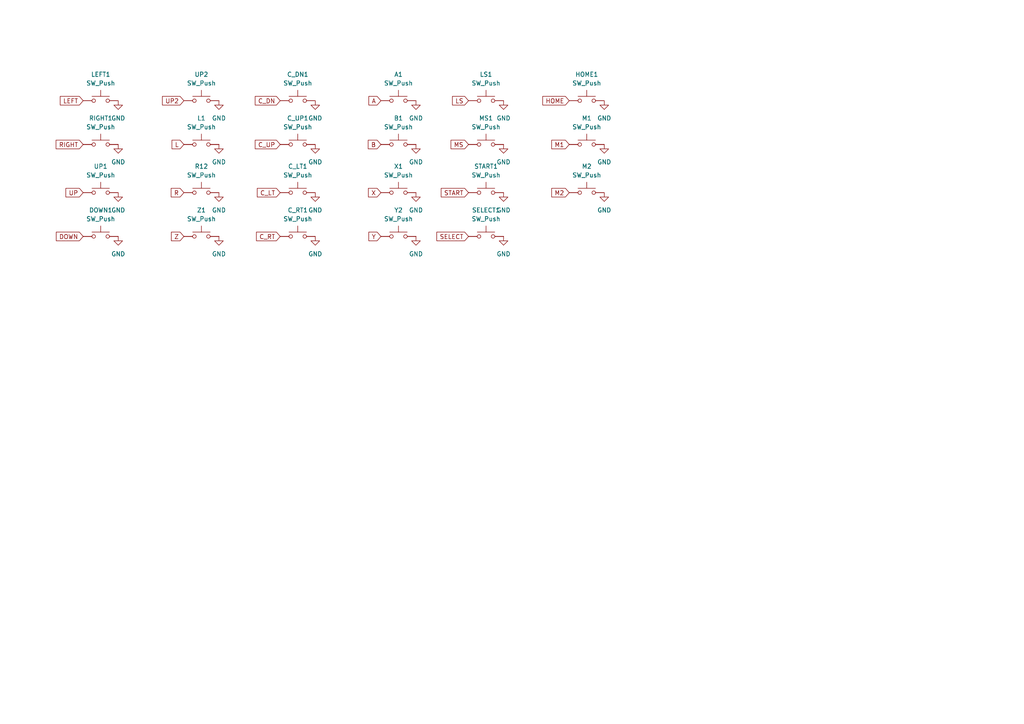
<source format=kicad_sch>
(kicad_sch (version 20230121) (generator eeschema)
  (paper "A4")
  (lib_symbols
    (symbol "Switch:SW_Push" (pin_numbers hide) (pin_names (offset 1.016) hide)
      (property "Reference" "SW" (at 1.27 2.54 0))
      (property "Value" "SW_Push" (at 0 -1.524 0))
      (symbol "SW_Push_0_1"
        (circle (center -2.032 0) (radius 0.508))
        (polyline (pts (xy 0 1.27) (xy 0 3.048)))
        (polyline (pts (xy 2.54 1.27) (xy -2.54 1.27)))
        (circle (center 2.032 0) (radius 0.508))
        (pin passive line (at -5.08 0 0) (length 2.54) (name "1") (number "1"))
        (pin passive line (at 5.08 0 180) (length 2.54) (name "2") (number "2"))
      )
    )
    (symbol "power:GND" (power) (pin_names (offset 0))
      (property "Value" "GND" (at 0 -3.81 0))
      (symbol "GND_0_1"
        (polyline (pts (xy 0 0) (xy 0 -1.27) (xy 1.27 -1.27) (xy 0 -2.54) (xy -1.27 -1.27) (xy 0 -1.27)))
      )
      (symbol "GND_1_1"
        (pin power_in line (at 0 0 270) (length 0) hide (name "GND") (number "1"))
      )
    )
  )
  (global_label "HOME" (shape input) (at 165.1 29.21 180) (property "Intersheetrefs" "${INTERSHEET_REFS}" (effects hide)))
  (global_label "M1" (shape input) (at 165.1 41.91 180) (property "Intersheetrefs" "${INTERSHEET_REFS}" (effects hide)))
  (global_label "Y" (shape input) (at 110.49 68.58 180) (property "Intersheetrefs" "${INTERSHEET_REFS}" (effects hide)))
  (global_label "SELECT" (shape input) (at 135.89 68.58 180) (property "Intersheetrefs" "${INTERSHEET_REFS}" (effects hide)))
  (global_label "C_LT" (shape input) (at 81.28 55.88 180) (property "Intersheetrefs" "${INTERSHEET_REFS}" (effects hide)))
  (global_label "UP2" (shape input) (at 53.34 29.21 180) (property "Intersheetrefs" "${INTERSHEET_REFS}" (effects hide)))
  (global_label "C_DN" (shape input) (at 81.28 29.21 180) (property "Intersheetrefs" "${INTERSHEET_REFS}" (effects hide)))
  (global_label "START" (shape input) (at 135.89 55.88 180) (property "Intersheetrefs" "${INTERSHEET_REFS}" (effects hide)))
  (global_label "C_RT" (shape input) (at 81.28 68.58 180) (property "Intersheetrefs" "${INTERSHEET_REFS}" (effects hide)))
  (global_label "X" (shape input) (at 110.49 55.88 180) (property "Intersheetrefs" "${INTERSHEET_REFS}" (effects hide)))
  (global_label "MS" (shape input) (at 135.89 41.91 180) (property "Intersheetrefs" "${INTERSHEET_REFS}" (effects hide)))
  (global_label "B" (shape input) (at 110.49 41.91 180) (property "Intersheetrefs" "${INTERSHEET_REFS}" (effects hide)))
  (global_label "LS" (shape input) (at 135.89 29.21 180) (property "Intersheetrefs" "${INTERSHEET_REFS}" (effects hide)))
  (global_label "LEFT" (shape input) (at 24.13 29.21 180) (property "Intersheetrefs" "${INTERSHEET_REFS}" (effects hide)))
  (global_label "M2" (shape input) (at 165.1 55.88 180) (property "Intersheetrefs" "${INTERSHEET_REFS}" (effects hide)))
  (global_label "Z" (shape input) (at 53.34 68.58 180) (property "Intersheetrefs" "${INTERSHEET_REFS}" (effects hide)))
  (global_label "C_UP" (shape input) (at 81.28 41.91 180) (property "Intersheetrefs" "${INTERSHEET_REFS}" (effects hide)))
  (global_label "RIGHT" (shape input) (at 24.13 41.91 180) (property "Intersheetrefs" "${INTERSHEET_REFS}" (effects hide)))
  (global_label "L" (shape input) (at 53.34 41.91 180) (property "Intersheetrefs" "${INTERSHEET_REFS}" (effects hide)))
  (global_label "UP" (shape input) (at 24.13 55.88 180) (property "Intersheetrefs" "${INTERSHEET_REFS}" (effects hide)))
  (global_label "A" (shape input) (at 110.49 29.21 180) (property "Intersheetrefs" "${INTERSHEET_REFS}" (effects hide)))
  (global_label "R" (shape input) (at 53.34 55.88 180) (property "Intersheetrefs" "${INTERSHEET_REFS}" (effects hide)))
  (global_label "DOWN" (shape input) (at 24.13 68.58 180) (property "Intersheetrefs" "${INTERSHEET_REFS}" (effects hide)))
  (symbol (lib_id "power:GND") (at 63.5 55.88 0) (unit 1)
    (property "Reference" "#PWR037" (effects hide))
    (property "Value" "GND" (at 63.5 60.96 0))
  )
  (symbol (lib_id "power:GND") (at 34.29 41.91 0) (unit 1)
    (property "Reference" "#PWR033" (effects hide))
    (property "Value" "GND" (at 34.29 46.99 0))
  )
  (symbol (lib_id "Switch:SW_Push") (at 140.97 68.58 0) (unit 1)
    (property "Reference" "SELECT1" (at 140.97 60.96 0))
    (property "Value" "SW_Push" (at 140.97 63.5 0))
    (property "Footprint" "keyswitches pretty-master:Kailh_socket_MX_optional" (effects hide))
  )
  (symbol (lib_id "power:GND") (at 120.65 55.88 0) (unit 1)
    (property "Reference" "#PWR045" (effects hide))
    (property "Value" "GND" (at 120.65 60.96 0))
  )
  (symbol (lib_id "Switch:SW_Push") (at 86.36 29.21 0) (unit 1)
    (property "Reference" "C_DN1" (at 86.36 21.59 0))
    (property "Value" "SW_Push" (at 86.36 24.13 0))
    (property "Footprint" "keyswitches pretty-master:Kailh_socket_MX_optional" (effects hide))
  )
  (symbol (lib_id "power:GND") (at 91.44 55.88 0) (unit 1)
    (property "Reference" "#PWR042" (effects hide))
    (property "Value" "GND" (at 91.44 60.96 0))
  )
  (symbol (lib_id "Switch:SW_Push") (at 29.21 41.91 0) (unit 1)
    (property "Reference" "RIGHT1" (at 29.21 34.29 0))
    (property "Value" "SW_Push" (at 29.21 36.83 0))
    (property "Footprint" "keyswitches pretty-master:Kailh_socket_MX_optional" (effects hide))
  )
  (symbol (lib_id "power:GND") (at 120.65 41.91 0) (unit 1)
    (property "Reference" "#PWR046" (effects hide))
    (property "Value" "GND" (at 120.65 46.99 0))
  )
  (symbol (lib_id "Switch:SW_Push") (at 115.57 55.88 0) (unit 1)
    (property "Reference" "X1" (at 115.57 48.26 0))
    (property "Value" "SW_Push" (at 115.57 50.8 0))
    (property "Footprint" "keyswitches pretty-master:Kailh_socket_MX_optional" (effects hide))
  )
  (symbol (lib_id "Switch:SW_Push") (at 29.21 68.58 0) (unit 1)
    (property "Reference" "DOWN1" (at 29.21 60.96 0))
    (property "Value" "SW_Push" (at 29.21 63.5 0))
    (property "Footprint" "keyswitches pretty-master:Kailh_socket_MX_optional" (effects hide))
  )
  (symbol (lib_id "power:GND") (at 91.44 68.58 0) (unit 1)
    (property "Reference" "#PWR043" (effects hide))
    (property "Value" "GND" (at 91.44 73.66 0))
  )
  (symbol (lib_id "power:GND") (at 63.5 29.21 0) (unit 1)
    (property "Reference" "#PWR039" (effects hide))
    (property "Value" "GND" (at 63.5 34.29 0))
  )
  (symbol (lib_id "power:GND") (at 34.29 68.58 0) (unit 1)
    (property "Reference" "#PWR035" (effects hide))
    (property "Value" "GND" (at 34.29 73.66 0))
  )
  (symbol (lib_id "power:GND") (at 146.05 29.21 0) (unit 1)
    (property "Reference" "#PWR048" (effects hide))
    (property "Value" "GND" (at 146.05 34.29 0))
  )
  (symbol (lib_id "Switch:SW_Push") (at 86.36 41.91 0) (unit 1)
    (property "Reference" "C_UP1" (at 86.36 34.29 0))
    (property "Value" "SW_Push" (at 86.36 36.83 0))
    (property "Footprint" "keyswitches pretty-master:Kailh_socket_MX_optional" (effects hide))
  )
  (symbol (lib_id "Switch:SW_Push") (at 140.97 41.91 0) (unit 1)
    (property "Reference" "MS1" (at 140.97 34.29 0))
    (property "Value" "SW_Push" (at 140.97 36.83 0))
    (property "Footprint" "keyswitches pretty-master:Kailh_socket_MX_optional" (effects hide))
  )
  (symbol (lib_id "Switch:SW_Push") (at 58.42 41.91 0) (unit 1)
    (property "Reference" "L1" (at 58.42 34.29 0))
    (property "Value" "SW_Push" (at 58.42 36.83 0))
    (property "Footprint" "keyswitches pretty-master:Kailh_socket_MX_optional" (effects hide))
  )
  (symbol (lib_id "power:GND") (at 175.26 41.91 0) (unit 1)
    (property "Reference" "#PWR053" (effects hide))
    (property "Value" "GND" (at 175.26 46.99 0))
  )
  (symbol (lib_id "power:GND") (at 120.65 29.21 0) (unit 1)
    (property "Reference" "#PWR047" (effects hide))
    (property "Value" "GND" (at 120.65 34.29 0))
  )
  (symbol (lib_id "Switch:SW_Push") (at 170.18 41.91 0) (unit 1)
    (property "Reference" "M1" (at 170.18 34.29 0))
    (property "Value" "SW_Push" (at 170.18 36.83 0))
    (property "Footprint" "keyswitches pretty-master:Kailh_socket_MX_optional" (effects hide))
  )
  (symbol (lib_id "Switch:SW_Push") (at 140.97 55.88 0) (unit 1)
    (property "Reference" "START1" (at 140.97 48.26 0))
    (property "Value" "SW_Push" (at 140.97 50.8 0))
    (property "Footprint" "keyswitches pretty-master:Kailh_socket_MX_optional" (effects hide))
  )
  (symbol (lib_id "power:GND") (at 120.65 68.58 0) (unit 1)
    (property "Reference" "#PWR044" (effects hide))
    (property "Value" "GND" (at 120.65 73.66 0))
  )
  (symbol (lib_id "Switch:SW_Push") (at 170.18 55.88 0) (unit 1)
    (property "Reference" "M2" (at 170.18 48.26 0))
    (property "Value" "SW_Push" (at 170.18 50.8 0))
    (property "Footprint" "keyswitches pretty-master:Kailh_socket_MX_optional" (effects hide))
  )
  (symbol (lib_id "Switch:SW_Push") (at 140.97 29.21 0) (unit 1)
    (property "Reference" "LS1" (at 140.97 21.59 0))
    (property "Value" "SW_Push" (at 140.97 24.13 0))
    (property "Footprint" "keyswitches pretty-master:Kailh_socket_MX_optional" (effects hide))
  )
  (symbol (lib_id "power:GND") (at 34.29 55.88 0) (unit 1)
    (property "Reference" "#PWR034" (effects hide))
    (property "Value" "GND" (at 34.29 60.96 0))
  )
  (symbol (lib_id "Switch:SW_Push") (at 29.21 55.88 0) (unit 1)
    (property "Reference" "UP1" (at 29.21 48.26 0))
    (property "Value" "SW_Push" (at 29.21 50.8 0))
    (property "Footprint" "keyswitches pretty-master:Kailh_socket_MX_optional" (effects hide))
  )
  (symbol (lib_id "Switch:SW_Push") (at 58.42 68.58 0) (unit 1)
    (property "Reference" "Z1" (at 58.42 60.96 0))
    (property "Value" "SW_Push" (at 58.42 63.5 0))
    (property "Footprint" "keyswitches pretty-master:Kailh_socket_MX_optional" (effects hide))
  )
  (symbol (lib_id "power:GND") (at 34.29 29.21 0) (unit 1)
    (property "Reference" "#PWR032" (effects hide))
    (property "Value" "GND" (at 34.29 34.29 0))
  )
  (symbol (lib_id "Switch:SW_Push") (at 86.36 55.88 0) (unit 1)
    (property "Reference" "C_LT1" (at 86.36 48.26 0))
    (property "Value" "SW_Push" (at 86.36 50.8 0))
    (property "Footprint" "keyswitches pretty-master:Kailh_socket_MX_optional" (effects hide))
  )
  (symbol (lib_id "Switch:SW_Push") (at 115.57 29.21 0) (unit 1)
    (property "Reference" "A1" (at 115.57 21.59 0))
    (property "Value" "SW_Push" (at 115.57 24.13 0))
    (property "Footprint" "keyswitches pretty-master:Kailh_socket_MX_optional" (effects hide))
  )
  (symbol (lib_id "Switch:SW_Push") (at 58.42 29.21 0) (unit 1)
    (property "Reference" "UP2" (at 58.42 21.59 0))
    (property "Value" "SW_Push" (at 58.42 24.13 0))
    (property "Footprint" "keyswitches pretty-master:Kailh_socket_MX_optional" (effects hide))
  )
  (symbol (lib_id "power:GND") (at 146.05 55.88 0) (unit 1)
    (property "Reference" "#PWR050" (effects hide))
    (property "Value" "GND" (at 146.05 60.96 0))
  )
  (symbol (lib_id "power:GND") (at 91.44 41.91 0) (unit 1)
    (property "Reference" "#PWR041" (effects hide))
    (property "Value" "GND" (at 91.44 46.99 0))
  )
  (symbol (lib_id "Switch:SW_Push") (at 58.42 55.88 0) (unit 1)
    (property "Reference" "R12" (at 58.42 48.26 0))
    (property "Value" "SW_Push" (at 58.42 50.8 0))
    (property "Footprint" "keyswitches pretty-master:Kailh_socket_MX_optional" (effects hide))
  )
  (symbol (lib_id "power:GND") (at 63.5 68.58 0) (unit 1)
    (property "Reference" "#PWR036" (effects hide))
    (property "Value" "GND" (at 63.5 73.66 0))
  )
  (symbol (lib_id "power:GND") (at 146.05 68.58 0) (unit 1)
    (property "Reference" "#PWR051" (effects hide))
    (property "Value" "GND" (at 146.05 73.66 0))
  )
  (symbol (lib_id "power:GND") (at 63.5 41.91 0) (unit 1)
    (property "Reference" "#PWR038" (effects hide))
    (property "Value" "GND" (at 63.5 46.99 0))
  )
  (symbol (lib_id "power:GND") (at 91.44 29.21 0) (unit 1)
    (property "Reference" "#PWR040" (effects hide))
    (property "Value" "GND" (at 91.44 34.29 0))
  )
  (symbol (lib_id "Switch:SW_Push") (at 29.21 29.21 0) (unit 1)
    (property "Reference" "LEFT1" (at 29.21 21.59 0))
    (property "Value" "SW_Push" (at 29.21 24.13 0))
    (property "Footprint" "keyswitches pretty-master:Kailh_socket_MX_optional" (effects hide))
  )
  (symbol (lib_id "Switch:SW_Push") (at 115.57 68.58 0) (unit 1)
    (property "Reference" "Y2" (at 115.57 60.96 0))
    (property "Value" "SW_Push" (at 115.57 63.5 0))
    (property "Footprint" "keyswitches pretty-master:Kailh_socket_MX_optional" (effects hide))
  )
  (symbol (lib_id "power:GND") (at 175.26 55.88 0) (unit 1)
    (property "Reference" "#PWR052" (effects hide))
    (property "Value" "GND" (at 175.26 60.96 0))
  )
  (symbol (lib_id "Switch:SW_Push") (at 170.18 29.21 0) (unit 1)
    (property "Reference" "HOME1" (at 170.18 21.59 0))
    (property "Value" "SW_Push" (at 170.18 24.13 0))
    (property "Footprint" "keyswitches pretty-master:Kailh_socket_MX_optional" (effects hide))
  )
  (symbol (lib_id "power:GND") (at 146.05 41.91 0) (unit 1)
    (property "Reference" "#PWR049" (effects hide))
    (property "Value" "GND" (at 146.05 46.99 0))
  )
  (symbol (lib_id "Switch:SW_Push") (at 86.36 68.58 0) (unit 1)
    (property "Reference" "C_RT1" (at 86.36 60.96 0))
    (property "Value" "SW_Push" (at 86.36 63.5 0))
    (property "Footprint" "keyswitches pretty-master:Kailh_socket_MX_optional" (effects hide))
  )
  (symbol (lib_id "power:GND") (at 175.26 29.21 0) (unit 1)
    (property "Reference" "#PWR054" (effects hide))
    (property "Value" "GND" (at 175.26 34.29 0))
  )
  (symbol (lib_id "Switch:SW_Push") (at 115.57 41.91 0) (unit 1)
    (property "Reference" "B1" (at 115.57 34.29 0))
    (property "Value" "SW_Push" (at 115.57 36.83 0))
    (property "Footprint" "keyswitches pretty-master:Kailh_socket_MX_optional" (effects hide))
  )
)
</source>
